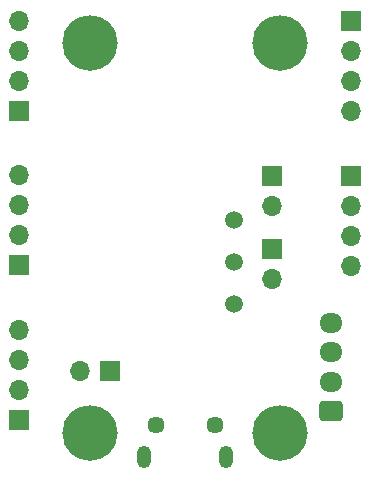
<source format=gbs>
G04 #@! TF.GenerationSoftware,KiCad,Pcbnew,(6.0.10)*
G04 #@! TF.CreationDate,2023-08-15T16:43:45+01:00*
G04 #@! TF.ProjectId,BlinkStickAdvanced,426c696e-6b53-4746-9963-6b416476616e,1.4*
G04 #@! TF.SameCoordinates,Original*
G04 #@! TF.FileFunction,Soldermask,Bot*
G04 #@! TF.FilePolarity,Negative*
%FSLAX46Y46*%
G04 Gerber Fmt 4.6, Leading zero omitted, Abs format (unit mm)*
G04 Created by KiCad (PCBNEW (6.0.10)) date 2023-08-15 16:43:45*
%MOMM*%
%LPD*%
G01*
G04 APERTURE LIST*
G04 Aperture macros list*
%AMRoundRect*
0 Rectangle with rounded corners*
0 $1 Rounding radius*
0 $2 $3 $4 $5 $6 $7 $8 $9 X,Y pos of 4 corners*
0 Add a 4 corners polygon primitive as box body*
4,1,4,$2,$3,$4,$5,$6,$7,$8,$9,$2,$3,0*
0 Add four circle primitives for the rounded corners*
1,1,$1+$1,$2,$3*
1,1,$1+$1,$4,$5*
1,1,$1+$1,$6,$7*
1,1,$1+$1,$8,$9*
0 Add four rect primitives between the rounded corners*
20,1,$1+$1,$2,$3,$4,$5,0*
20,1,$1+$1,$4,$5,$6,$7,0*
20,1,$1+$1,$6,$7,$8,$9,0*
20,1,$1+$1,$8,$9,$2,$3,0*%
G04 Aperture macros list end*
%ADD10RoundRect,0.250000X0.725000X-0.600000X0.725000X0.600000X-0.725000X0.600000X-0.725000X-0.600000X0*%
%ADD11O,1.950000X1.700000*%
%ADD12R,1.700000X1.700000*%
%ADD13O,1.700000X1.700000*%
%ADD14O,1.200000X1.900000*%
%ADD15C,1.450000*%
%ADD16C,4.700000*%
%ADD17C,1.500000*%
G04 APERTURE END LIST*
D10*
X69554200Y-88078000D03*
D11*
X69554200Y-85578000D03*
X69554200Y-83078000D03*
X69554200Y-80578000D03*
D12*
X43084600Y-75721200D03*
D13*
X43084600Y-73181200D03*
X43084600Y-70641200D03*
X43084600Y-68101200D03*
D12*
X64516000Y-74371200D03*
D13*
X64516000Y-76911200D03*
D14*
X60656000Y-91974300D03*
D15*
X59656000Y-89274300D03*
D14*
X53656000Y-91974300D03*
D15*
X54656000Y-89274300D03*
D12*
X71221600Y-68121200D03*
D13*
X71221600Y-70661200D03*
X71221600Y-73201200D03*
X71221600Y-75741200D03*
D12*
X43084600Y-62640200D03*
D13*
X43084600Y-60100200D03*
X43084600Y-57560200D03*
X43084600Y-55020200D03*
D16*
X65198000Y-89935000D03*
X49114000Y-89935000D03*
D12*
X71221600Y-55067200D03*
D13*
X71221600Y-57607200D03*
X71221600Y-60147200D03*
X71221600Y-62687200D03*
D12*
X64516000Y-68117800D03*
D13*
X64516000Y-70657800D03*
D12*
X50806000Y-84672000D03*
D13*
X48266000Y-84672000D03*
D16*
X49114000Y-56935100D03*
D12*
X43084600Y-88802200D03*
D13*
X43084600Y-86262200D03*
X43084600Y-83722200D03*
X43084600Y-81182200D03*
D16*
X65198000Y-56935100D03*
D17*
X61341000Y-71882000D03*
X61341000Y-78994000D03*
X61341000Y-75438000D03*
M02*

</source>
